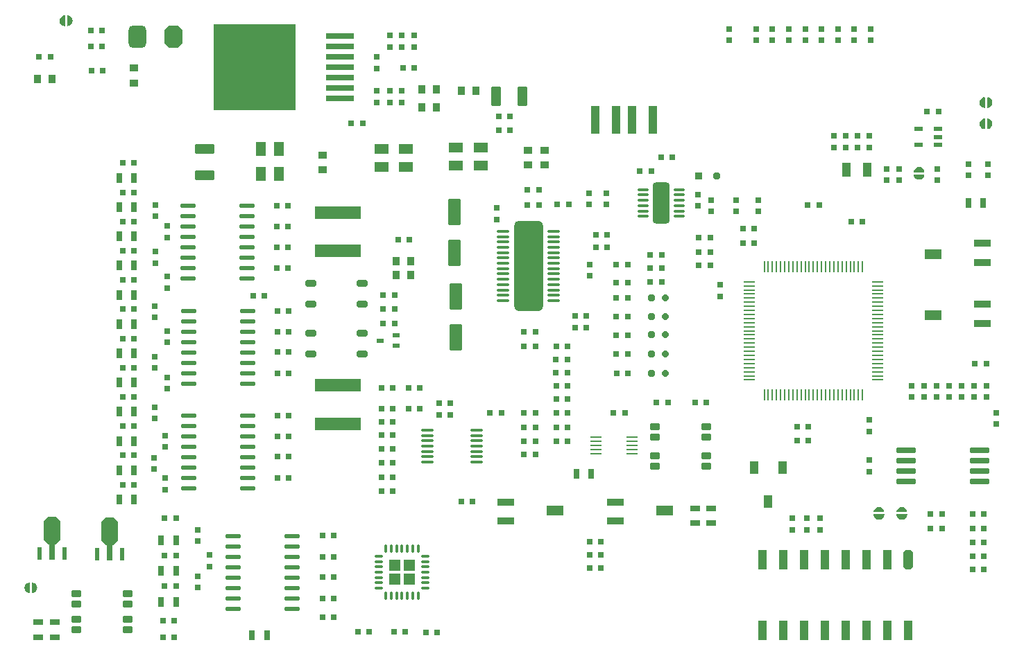
<source format=gtp>
G04*
G04 #@! TF.GenerationSoftware,Altium Limited,Altium Designer,19.0.14 (431)*
G04*
G04 Layer_Color=8421504*
%FSAX24Y24*%
%MOIN*%
G70*
G01*
G75*
%ADD19R,0.0551X0.0551*%
G04:AMPARAMS|DCode=20|XSize=126mil|YSize=63mil|CornerRadius=6.3mil|HoleSize=0mil|Usage=FLASHONLY|Rotation=90.000|XOffset=0mil|YOffset=0mil|HoleType=Round|Shape=RoundedRectangle|*
%AMROUNDEDRECTD20*
21,1,0.1260,0.0504,0,0,90.0*
21,1,0.1134,0.0630,0,0,90.0*
1,1,0.0126,0.0252,0.0567*
1,1,0.0126,0.0252,-0.0567*
1,1,0.0126,-0.0252,-0.0567*
1,1,0.0126,-0.0252,0.0567*
%
%ADD20ROUNDEDRECTD20*%
%ADD21R,0.0295X0.0315*%
%ADD22R,0.0315X0.0295*%
G04:AMPARAMS|DCode=23|XSize=29.5mil|YSize=29.5mil|CornerRadius=3mil|HoleSize=0mil|Usage=FLASHONLY|Rotation=270.000|XOffset=0mil|YOffset=0mil|HoleType=Round|Shape=RoundedRectangle|*
%AMROUNDEDRECTD23*
21,1,0.0295,0.0236,0,0,270.0*
21,1,0.0236,0.0295,0,0,270.0*
1,1,0.0059,-0.0118,-0.0118*
1,1,0.0059,-0.0118,0.0118*
1,1,0.0059,0.0118,0.0118*
1,1,0.0059,0.0118,-0.0118*
%
%ADD23ROUNDEDRECTD23*%
%ADD24R,0.2244X0.0630*%
%ADD25O,0.0394X0.0146*%
%ADD26O,0.0146X0.0394*%
G04:AMPARAMS|DCode=27|XSize=43.3mil|YSize=31.5mil|CornerRadius=3.2mil|HoleSize=0mil|Usage=FLASHONLY|Rotation=90.000|XOffset=0mil|YOffset=0mil|HoleType=Round|Shape=RoundedRectangle|*
%AMROUNDEDRECTD27*
21,1,0.0433,0.0252,0,0,90.0*
21,1,0.0370,0.0315,0,0,90.0*
1,1,0.0063,0.0126,0.0185*
1,1,0.0063,0.0126,-0.0185*
1,1,0.0063,-0.0126,-0.0185*
1,1,0.0063,-0.0126,0.0185*
%
%ADD27ROUNDEDRECTD27*%
%ADD28R,0.0394X0.1339*%
%ADD29P,0.0341X8X202.5*%
G04:AMPARAMS|DCode=30|XSize=31.5mil|YSize=31.5mil|CornerRadius=7.9mil|HoleSize=0mil|Usage=FLASHONLY|Rotation=180.000|XOffset=0mil|YOffset=0mil|HoleType=Round|Shape=RoundedRectangle|*
%AMROUNDEDRECTD30*
21,1,0.0315,0.0157,0,0,180.0*
21,1,0.0157,0.0315,0,0,180.0*
1,1,0.0157,-0.0079,0.0079*
1,1,0.0157,0.0079,0.0079*
1,1,0.0157,0.0079,-0.0079*
1,1,0.0157,-0.0079,-0.0079*
%
%ADD30ROUNDEDRECTD30*%
G04:AMPARAMS|DCode=31|XSize=19.7mil|YSize=70.9mil|CornerRadius=3mil|HoleSize=0mil|Usage=FLASHONLY|Rotation=90.000|XOffset=0mil|YOffset=0mil|HoleType=Round|Shape=RoundedRectangle|*
%AMROUNDEDRECTD31*
21,1,0.0197,0.0650,0,0,90.0*
21,1,0.0138,0.0709,0,0,90.0*
1,1,0.0059,0.0325,0.0069*
1,1,0.0059,0.0325,-0.0069*
1,1,0.0059,-0.0325,-0.0069*
1,1,0.0059,-0.0325,0.0069*
%
%ADD31ROUNDEDRECTD31*%
G04:AMPARAMS|DCode=32|XSize=96.1mil|YSize=44.5mil|CornerRadius=0mil|HoleSize=0mil|Usage=FLASHONLY|Rotation=270.000|XOffset=0mil|YOffset=0mil|HoleType=Round|Shape=Octagon|*
%AMOCTAGOND32*
4,1,8,-0.0111,-0.0480,0.0111,-0.0480,0.0222,-0.0369,0.0222,0.0369,0.0111,0.0480,-0.0111,0.0480,-0.0222,0.0369,-0.0222,-0.0369,-0.0111,-0.0480,0.0*
%
%ADD32OCTAGOND32*%

%ADD33R,0.0445X0.0961*%
G04:AMPARAMS|DCode=34|XSize=78.7mil|YSize=133.9mil|CornerRadius=0mil|HoleSize=0mil|Usage=FLASHONLY|Rotation=180.000|XOffset=0mil|YOffset=0mil|HoleType=Round|Shape=Octagon|*
%AMOCTAGOND34*
4,1,8,0.0197,-0.0669,-0.0197,-0.0669,-0.0394,-0.0472,-0.0394,0.0472,-0.0197,0.0669,0.0197,0.0669,0.0394,0.0472,0.0394,-0.0472,0.0197,-0.0669,0.0*
%
%ADD34OCTAGOND34*%

%ADD35R,0.0236X0.0591*%
%ADD36R,0.0276X0.0787*%
G04:AMPARAMS|DCode=37|XSize=27.6mil|YSize=90.6mil|CornerRadius=2.8mil|HoleSize=0mil|Usage=FLASHONLY|Rotation=270.000|XOffset=0mil|YOffset=0mil|HoleType=Round|Shape=RoundedRectangle|*
%AMROUNDEDRECTD37*
21,1,0.0276,0.0850,0,0,270.0*
21,1,0.0220,0.0906,0,0,270.0*
1,1,0.0055,-0.0425,-0.0110*
1,1,0.0055,-0.0425,0.0110*
1,1,0.0055,0.0425,0.0110*
1,1,0.0055,0.0425,-0.0110*
%
%ADD37ROUNDEDRECTD37*%
%ADD38R,0.3937X0.4154*%
%ADD39R,0.1378X0.0315*%
G04:AMPARAMS|DCode=40|XSize=11.8mil|YSize=59.1mil|CornerRadius=1.8mil|HoleSize=0mil|Usage=FLASHONLY|Rotation=270.000|XOffset=0mil|YOffset=0mil|HoleType=Round|Shape=RoundedRectangle|*
%AMROUNDEDRECTD40*
21,1,0.0118,0.0555,0,0,270.0*
21,1,0.0083,0.0591,0,0,270.0*
1,1,0.0035,-0.0278,-0.0041*
1,1,0.0035,-0.0278,0.0041*
1,1,0.0035,0.0278,0.0041*
1,1,0.0035,0.0278,-0.0041*
%
%ADD40ROUNDEDRECTD40*%
G04:AMPARAMS|DCode=41|XSize=433.1mil|YSize=137.8mil|CornerRadius=20.7mil|HoleSize=0mil|Usage=FLASHONLY|Rotation=270.000|XOffset=0mil|YOffset=0mil|HoleType=Round|Shape=RoundedRectangle|*
%AMROUNDEDRECTD41*
21,1,0.4331,0.0965,0,0,270.0*
21,1,0.3917,0.1378,0,0,270.0*
1,1,0.0413,-0.0482,-0.1959*
1,1,0.0413,-0.0482,0.1959*
1,1,0.0413,0.0482,0.1959*
1,1,0.0413,0.0482,-0.1959*
%
%ADD41ROUNDEDRECTD41*%
%ADD42R,0.0394X0.0709*%
G04:AMPARAMS|DCode=43|XSize=21.7mil|YSize=43.3mil|CornerRadius=2.2mil|HoleSize=0mil|Usage=FLASHONLY|Rotation=90.000|XOffset=0mil|YOffset=0mil|HoleType=Round|Shape=RoundedRectangle|*
%AMROUNDEDRECTD43*
21,1,0.0217,0.0390,0,0,90.0*
21,1,0.0173,0.0433,0,0,90.0*
1,1,0.0043,0.0195,0.0087*
1,1,0.0043,0.0195,-0.0087*
1,1,0.0043,-0.0195,-0.0087*
1,1,0.0043,-0.0195,0.0087*
%
%ADD43ROUNDEDRECTD43*%
G04:AMPARAMS|DCode=44|XSize=13.8mil|YSize=51.2mil|CornerRadius=2.1mil|HoleSize=0mil|Usage=FLASHONLY|Rotation=90.000|XOffset=0mil|YOffset=0mil|HoleType=Round|Shape=RoundedRectangle|*
%AMROUNDEDRECTD44*
21,1,0.0138,0.0470,0,0,90.0*
21,1,0.0096,0.0512,0,0,90.0*
1,1,0.0041,0.0235,0.0048*
1,1,0.0041,0.0235,-0.0048*
1,1,0.0041,-0.0235,-0.0048*
1,1,0.0041,-0.0235,0.0048*
%
%ADD44ROUNDEDRECTD44*%
G04:AMPARAMS|DCode=45|XSize=196.9mil|YSize=78.7mil|CornerRadius=11.8mil|HoleSize=0mil|Usage=FLASHONLY|Rotation=90.000|XOffset=0mil|YOffset=0mil|HoleType=Round|Shape=RoundedRectangle|*
%AMROUNDEDRECTD45*
21,1,0.1969,0.0551,0,0,90.0*
21,1,0.1732,0.0787,0,0,90.0*
1,1,0.0236,0.0276,0.0866*
1,1,0.0236,0.0276,-0.0866*
1,1,0.0236,-0.0276,-0.0866*
1,1,0.0236,-0.0276,0.0866*
%
%ADD45ROUNDEDRECTD45*%
%ADD46C,0.0079*%
G04:AMPARAMS|DCode=47|XSize=9.8mil|YSize=51.2mil|CornerRadius=1.5mil|HoleSize=0mil|Usage=FLASHONLY|Rotation=270.000|XOffset=0mil|YOffset=0mil|HoleType=Round|Shape=RoundedRectangle|*
%AMROUNDEDRECTD47*
21,1,0.0098,0.0482,0,0,270.0*
21,1,0.0069,0.0512,0,0,270.0*
1,1,0.0030,-0.0241,-0.0034*
1,1,0.0030,-0.0241,0.0034*
1,1,0.0030,0.0241,0.0034*
1,1,0.0030,0.0241,-0.0034*
%
%ADD47ROUNDEDRECTD47*%
G04:AMPARAMS|DCode=48|XSize=39.4mil|YSize=63mil|CornerRadius=3.9mil|HoleSize=0mil|Usage=FLASHONLY|Rotation=0.000|XOffset=0mil|YOffset=0mil|HoleType=Round|Shape=RoundedRectangle|*
%AMROUNDEDRECTD48*
21,1,0.0394,0.0551,0,0,0.0*
21,1,0.0315,0.0630,0,0,0.0*
1,1,0.0079,0.0157,-0.0276*
1,1,0.0079,-0.0157,-0.0276*
1,1,0.0079,-0.0157,0.0276*
1,1,0.0079,0.0157,0.0276*
%
%ADD48ROUNDEDRECTD48*%
%ADD49R,0.0787X0.0354*%
%ADD50R,0.0787X0.0512*%
G04:AMPARAMS|DCode=51|XSize=31.5mil|YSize=47.2mil|CornerRadius=4.7mil|HoleSize=0mil|Usage=FLASHONLY|Rotation=270.000|XOffset=0mil|YOffset=0mil|HoleType=Round|Shape=RoundedRectangle|*
%AMROUNDEDRECTD51*
21,1,0.0315,0.0378,0,0,270.0*
21,1,0.0220,0.0472,0,0,270.0*
1,1,0.0094,-0.0189,-0.0110*
1,1,0.0094,-0.0189,0.0110*
1,1,0.0094,0.0189,0.0110*
1,1,0.0094,0.0189,-0.0110*
%
%ADD51ROUNDEDRECTD51*%
%ADD52R,0.0472X0.0315*%
G04:AMPARAMS|DCode=53|XSize=85mil|YSize=108mil|CornerRadius=0mil|HoleSize=0mil|Usage=FLASHONLY|Rotation=180.000|XOffset=0mil|YOffset=0mil|HoleType=Round|Shape=Octagon|*
%AMOCTAGOND53*
4,1,8,0.0213,-0.0540,-0.0213,-0.0540,-0.0425,-0.0327,-0.0425,0.0327,-0.0213,0.0540,0.0213,0.0540,0.0425,0.0327,0.0425,-0.0327,0.0213,-0.0540,0.0*
%
%ADD53OCTAGOND53*%

G04:AMPARAMS|DCode=54|XSize=85mil|YSize=108mil|CornerRadius=21.3mil|HoleSize=0mil|Usage=FLASHONLY|Rotation=180.000|XOffset=0mil|YOffset=0mil|HoleType=Round|Shape=RoundedRectangle|*
%AMROUNDEDRECTD54*
21,1,0.0850,0.0655,0,0,180.0*
21,1,0.0425,0.1080,0,0,180.0*
1,1,0.0425,-0.0213,0.0327*
1,1,0.0425,0.0213,0.0327*
1,1,0.0425,0.0213,-0.0327*
1,1,0.0425,-0.0213,-0.0327*
%
%ADD54ROUNDEDRECTD54*%
G04:AMPARAMS|DCode=55|XSize=47.2mil|YSize=90.6mil|CornerRadius=4.7mil|HoleSize=0mil|Usage=FLASHONLY|Rotation=270.000|XOffset=0mil|YOffset=0mil|HoleType=Round|Shape=RoundedRectangle|*
%AMROUNDEDRECTD55*
21,1,0.0472,0.0811,0,0,270.0*
21,1,0.0378,0.0906,0,0,270.0*
1,1,0.0094,-0.0406,-0.0189*
1,1,0.0094,-0.0406,0.0189*
1,1,0.0094,0.0406,0.0189*
1,1,0.0094,0.0406,-0.0189*
%
%ADD55ROUNDEDRECTD55*%
G04:AMPARAMS|DCode=56|XSize=29.5mil|YSize=29.5mil|CornerRadius=3mil|HoleSize=0mil|Usage=FLASHONLY|Rotation=180.000|XOffset=0mil|YOffset=0mil|HoleType=Round|Shape=RoundedRectangle|*
%AMROUNDEDRECTD56*
21,1,0.0295,0.0236,0,0,180.0*
21,1,0.0236,0.0295,0,0,180.0*
1,1,0.0059,-0.0118,0.0118*
1,1,0.0059,0.0118,0.0118*
1,1,0.0059,0.0118,-0.0118*
1,1,0.0059,-0.0118,-0.0118*
%
%ADD56ROUNDEDRECTD56*%
%ADD57O,0.0571X0.0098*%
%ADD58O,0.0098X0.0571*%
%ADD59P,0.0384X8X202.5*%
G04:AMPARAMS|DCode=60|XSize=35.4mil|YSize=35.4mil|CornerRadius=5.3mil|HoleSize=0mil|Usage=FLASHONLY|Rotation=180.000|XOffset=0mil|YOffset=0mil|HoleType=Round|Shape=RoundedRectangle|*
%AMROUNDEDRECTD60*
21,1,0.0354,0.0248,0,0,180.0*
21,1,0.0248,0.0354,0,0,180.0*
1,1,0.0106,-0.0124,0.0124*
1,1,0.0106,0.0124,0.0124*
1,1,0.0106,0.0124,-0.0124*
1,1,0.0106,-0.0124,-0.0124*
%
%ADD60ROUNDEDRECTD60*%
%ADD61R,0.0669X0.0512*%
G04:AMPARAMS|DCode=62|XSize=21.7mil|YSize=35.4mil|CornerRadius=2.2mil|HoleSize=0mil|Usage=FLASHONLY|Rotation=90.000|XOffset=0mil|YOffset=0mil|HoleType=Round|Shape=RoundedRectangle|*
%AMROUNDEDRECTD62*
21,1,0.0217,0.0311,0,0,90.0*
21,1,0.0173,0.0354,0,0,90.0*
1,1,0.0043,0.0156,0.0087*
1,1,0.0043,0.0156,-0.0087*
1,1,0.0043,-0.0156,-0.0087*
1,1,0.0043,-0.0156,0.0087*
%
%ADD62ROUNDEDRECTD62*%
G04:AMPARAMS|DCode=63|XSize=31.5mil|YSize=51.2mil|CornerRadius=4.7mil|HoleSize=0mil|Usage=FLASHONLY|Rotation=90.000|XOffset=0mil|YOffset=0mil|HoleType=Round|Shape=RoundedRectangle|*
%AMROUNDEDRECTD63*
21,1,0.0315,0.0417,0,0,90.0*
21,1,0.0220,0.0512,0,0,90.0*
1,1,0.0094,0.0209,0.0110*
1,1,0.0094,0.0209,-0.0110*
1,1,0.0094,-0.0209,-0.0110*
1,1,0.0094,-0.0209,0.0110*
%
%ADD63ROUNDEDRECTD63*%
%ADD64R,0.0315X0.0472*%
G04:AMPARAMS|DCode=65|XSize=43.3mil|YSize=31.5mil|CornerRadius=3.2mil|HoleSize=0mil|Usage=FLASHONLY|Rotation=0.000|XOffset=0mil|YOffset=0mil|HoleType=Round|Shape=RoundedRectangle|*
%AMROUNDEDRECTD65*
21,1,0.0433,0.0252,0,0,0.0*
21,1,0.0370,0.0315,0,0,0.0*
1,1,0.0063,0.0185,-0.0126*
1,1,0.0063,-0.0185,-0.0126*
1,1,0.0063,-0.0185,0.0126*
1,1,0.0063,0.0185,0.0126*
%
%ADD65ROUNDEDRECTD65*%
%ADD66R,0.0512X0.0669*%
G04:AMPARAMS|DCode=67|XSize=47.2mil|YSize=90.6mil|CornerRadius=4.7mil|HoleSize=0mil|Usage=FLASHONLY|Rotation=180.000|XOffset=0mil|YOffset=0mil|HoleType=Round|Shape=RoundedRectangle|*
%AMROUNDEDRECTD67*
21,1,0.0472,0.0811,0,0,180.0*
21,1,0.0378,0.0906,0,0,180.0*
1,1,0.0094,-0.0189,0.0406*
1,1,0.0094,0.0189,0.0406*
1,1,0.0094,0.0189,-0.0406*
1,1,0.0094,-0.0189,-0.0406*
%
%ADD67ROUNDEDRECTD67*%
G36*
X005619Y031037D02*
X005619Y030531D01*
X005610Y030531D01*
X005591Y030533D01*
X005572Y030536D01*
X005554Y030540D01*
X005545Y030543D01*
X005545Y030543D01*
X005499Y030557D01*
X005424Y030615D01*
X005375Y030697D01*
X005360Y030791D01*
X005369Y030837D01*
Y030837D01*
X005376Y030881D01*
X005421Y030958D01*
X005491Y031013D01*
X005575Y031040D01*
X005619Y031037D01*
D02*
G37*
G36*
X005848Y031013D02*
X005917Y030958D01*
X005962Y030881D01*
X005969Y030837D01*
X005969Y030837D01*
X005979Y030791D01*
X005963Y030697D01*
X005914Y030615D01*
X005840Y030557D01*
X005794Y030543D01*
X005794Y030543D01*
X005785Y030540D01*
X005766Y030536D01*
X005748Y030533D01*
X005729Y030531D01*
X005719Y030531D01*
X005719Y031037D01*
X005764Y031040D01*
X005848Y031013D01*
D02*
G37*
G36*
X049814Y027100D02*
X049814Y026594D01*
X049804Y026594D01*
X049785Y026596D01*
X049767Y026599D01*
X049748Y026603D01*
X049739Y026606D01*
X049739Y026606D01*
X049694Y026620D01*
X049619Y026678D01*
X049570Y026760D01*
X049554Y026854D01*
X049564Y026900D01*
Y026900D01*
X049571Y026944D01*
X049616Y027021D01*
X049685Y027076D01*
X049770Y027103D01*
X049814Y027100D01*
D02*
G37*
G36*
X050043Y027076D02*
X050112Y027021D01*
X050157Y026944D01*
X050164Y026900D01*
X050164Y026900D01*
X050173Y026854D01*
X050158Y026760D01*
X050109Y026678D01*
X050034Y026620D01*
X049989Y026606D01*
X049989Y026606D01*
X049979Y026603D01*
X049961Y026599D01*
X049942Y026596D01*
X049923Y026594D01*
X049914Y026594D01*
X049914Y027100D01*
X049958Y027103D01*
X050043Y027076D01*
D02*
G37*
G36*
X049814Y026076D02*
X049814Y025571D01*
X049804Y025571D01*
X049785Y025572D01*
X049767Y025575D01*
X049748Y025579D01*
X049739Y025582D01*
X049739Y025582D01*
X049694Y025596D01*
X049619Y025655D01*
X049570Y025736D01*
X049554Y025830D01*
X049564Y025877D01*
Y025877D01*
X049571Y025921D01*
X049616Y025997D01*
X049685Y026052D01*
X049770Y026079D01*
X049814Y026076D01*
D02*
G37*
G36*
X050043Y026052D02*
X050112Y025997D01*
X050157Y025921D01*
X050164Y025877D01*
X050164Y025877D01*
X050173Y025830D01*
X050158Y025736D01*
X050109Y025655D01*
X050034Y025596D01*
X049989Y025582D01*
X049989Y025582D01*
X049979Y025579D01*
X049961Y025575D01*
X049942Y025572D01*
X049923Y025571D01*
X049914Y025571D01*
X049914Y026076D01*
X049958Y026079D01*
X050043Y026052D01*
D02*
G37*
G36*
X046744Y023740D02*
X046826Y023692D01*
X046884Y023617D01*
X046898Y023571D01*
X046898Y023571D01*
X046901Y023562D01*
X046905Y023544D01*
X046908Y023525D01*
X046909Y023506D01*
X046909Y023496D01*
X046404Y023496D01*
X046401Y023541D01*
X046428Y023625D01*
X046483Y023695D01*
X046560Y023739D01*
X046604Y023746D01*
X046604Y023746D01*
X046650Y023756D01*
X046744Y023740D01*
D02*
G37*
G36*
X046909Y023387D02*
X046908Y023368D01*
X046905Y023349D01*
X046901Y023331D01*
X046898Y023322D01*
X046898Y023322D01*
X046884Y023276D01*
X046826Y023201D01*
X046744Y023153D01*
X046650Y023137D01*
X046604Y023146D01*
X046604D01*
X046560Y023154D01*
X046483Y023198D01*
X046428Y023268D01*
X046401Y023352D01*
X046404Y023396D01*
X046909Y023396D01*
X046909Y023387D01*
D02*
G37*
G36*
X045917Y007380D02*
X045999Y007332D01*
X046057Y007257D01*
X046071Y007211D01*
X046071Y007211D01*
X046074Y007202D01*
X046078Y007184D01*
X046081Y007165D01*
X046083Y007146D01*
X046083Y007137D01*
X045577Y007137D01*
X045575Y007181D01*
X045601Y007265D01*
X045657Y007335D01*
X045733Y007379D01*
X045777Y007387D01*
X045777Y007387D01*
X045823Y007396D01*
X045917Y007380D01*
D02*
G37*
G36*
X044815D02*
X044896Y007332D01*
X044955Y007257D01*
X044969Y007211D01*
X044969Y007211D01*
X044972Y007202D01*
X044976Y007184D01*
X044979Y007165D01*
X044980Y007146D01*
X044980Y007137D01*
X044475Y007137D01*
X044472Y007181D01*
X044499Y007265D01*
X044554Y007335D01*
X044631Y007379D01*
X044674Y007387D01*
X044674Y007387D01*
X044721Y007396D01*
X044815Y007380D01*
D02*
G37*
G36*
X046083Y007027D02*
X046081Y007008D01*
X046078Y006989D01*
X046074Y006971D01*
X046071Y006962D01*
X046071Y006962D01*
X046057Y006916D01*
X045999Y006841D01*
X045917Y006793D01*
X045823Y006777D01*
X045777Y006787D01*
X045777D01*
X045733Y006794D01*
X045657Y006839D01*
X045601Y006908D01*
X045575Y006992D01*
X045577Y007037D01*
X046083Y007037D01*
X046083Y007027D01*
D02*
G37*
G36*
X044980D02*
X044979Y007008D01*
X044976Y006989D01*
X044972Y006971D01*
X044969Y006962D01*
X044969Y006962D01*
X044955Y006916D01*
X044896Y006841D01*
X044815Y006793D01*
X044721Y006777D01*
X044674Y006787D01*
X044674D01*
X044631Y006794D01*
X044554Y006839D01*
X044499Y006908D01*
X044472Y006992D01*
X044475Y007037D01*
X044980Y007037D01*
X044980Y007027D01*
D02*
G37*
G36*
X003926Y003753D02*
X003926Y003248D01*
X003917Y003248D01*
X003898Y003249D01*
X003879Y003252D01*
X003861Y003257D01*
X003852Y003259D01*
X003852Y003259D01*
X003806Y003273D01*
X003731Y003332D01*
X003683Y003414D01*
X003667Y003507D01*
X003676Y003554D01*
Y003554D01*
X003684Y003598D01*
X003728Y003674D01*
X003798Y003729D01*
X003882Y003756D01*
X003926Y003753D01*
D02*
G37*
G36*
X004155Y003729D02*
X004224Y003674D01*
X004269Y003598D01*
X004276Y003554D01*
X004276Y003554D01*
X004286Y003507D01*
X004270Y003414D01*
X004222Y003332D01*
X004147Y003273D01*
X004101Y003259D01*
X004101Y003259D01*
X004092Y003257D01*
X004074Y003252D01*
X004055Y003249D01*
X004036Y003248D01*
X004026Y003248D01*
X004026Y003753D01*
X004071Y003756D01*
X004155Y003729D01*
D02*
G37*
D19*
X021476Y003917D02*
D03*
X022146D02*
D03*
Y004587D02*
D03*
X021476D02*
D03*
D20*
X024390Y017520D02*
D03*
Y015551D02*
D03*
X024331Y021575D02*
D03*
Y019606D02*
D03*
D21*
X029764Y010551D02*
D03*
X029213D02*
D03*
X020906Y016220D02*
D03*
X021457D02*
D03*
X028228Y010551D02*
D03*
X027677D02*
D03*
X020906Y016914D02*
D03*
X021457D02*
D03*
X030669Y016024D02*
D03*
X030118D02*
D03*
X007402Y030315D02*
D03*
X006850D02*
D03*
X049764Y007047D02*
D03*
X049213D02*
D03*
Y006352D02*
D03*
X049764D02*
D03*
X049331Y014291D02*
D03*
X049882D02*
D03*
X033740Y019528D02*
D03*
X034291D02*
D03*
Y018883D02*
D03*
X033740D02*
D03*
X049213Y004370D02*
D03*
X049764D02*
D03*
Y005031D02*
D03*
X049213D02*
D03*
Y005691D02*
D03*
X049764D02*
D03*
X047756Y006352D02*
D03*
X047205D02*
D03*
Y007047D02*
D03*
X047756D02*
D03*
X032657Y016549D02*
D03*
X032106D02*
D03*
Y015656D02*
D03*
X032657D02*
D03*
Y014764D02*
D03*
X032106D02*
D03*
Y017441D02*
D03*
X032657D02*
D03*
X019921Y025866D02*
D03*
X019370D02*
D03*
X021852Y028504D02*
D03*
X022404D02*
D03*
X016378Y008780D02*
D03*
X015827D02*
D03*
Y009803D02*
D03*
X016378D02*
D03*
Y010787D02*
D03*
X015827D02*
D03*
Y011787D02*
D03*
X016378D02*
D03*
X018543Y002992D02*
D03*
X017992D02*
D03*
Y004002D02*
D03*
X018543D02*
D03*
Y005000D02*
D03*
X017992D02*
D03*
Y006002D02*
D03*
X018543D02*
D03*
X016378Y016829D02*
D03*
X015827D02*
D03*
Y015827D02*
D03*
X016378D02*
D03*
Y014843D02*
D03*
X015827D02*
D03*
Y013819D02*
D03*
X016378D02*
D03*
X016339Y021896D02*
D03*
X015787D02*
D03*
Y020896D02*
D03*
X016339D02*
D03*
Y019896D02*
D03*
X015787D02*
D03*
X015785Y018884D02*
D03*
X016337D02*
D03*
X007441Y028386D02*
D03*
X006890D02*
D03*
X020825Y009528D02*
D03*
X021376D02*
D03*
X020825Y008150D02*
D03*
X021376D02*
D03*
X028228Y011220D02*
D03*
X027677D02*
D03*
X029213D02*
D03*
X029764D02*
D03*
X020825Y010844D02*
D03*
X021376D02*
D03*
X031378Y004449D02*
D03*
X030827D02*
D03*
X021378Y013110D02*
D03*
X020827D02*
D03*
X030827Y005709D02*
D03*
X031378D02*
D03*
X022677Y013110D02*
D03*
X022126D02*
D03*
X025197Y007638D02*
D03*
X024646D02*
D03*
X029213Y015118D02*
D03*
X029764D02*
D03*
X030118Y016575D02*
D03*
X030669D02*
D03*
X032657Y018189D02*
D03*
X032106D02*
D03*
X027835Y022638D02*
D03*
X028386D02*
D03*
X029760Y014488D02*
D03*
X029209D02*
D03*
X027835Y021929D02*
D03*
X028386D02*
D03*
X029213Y013228D02*
D03*
X029764D02*
D03*
X029213Y012598D02*
D03*
X029764D02*
D03*
X043937Y021102D02*
D03*
X043386D02*
D03*
X041299Y021929D02*
D03*
X041850D02*
D03*
X036616Y020354D02*
D03*
X036065D02*
D03*
X010315Y001929D02*
D03*
X010866D02*
D03*
X029760Y013858D02*
D03*
X029209D02*
D03*
X010866Y001128D02*
D03*
X010315D02*
D03*
X034579Y012402D02*
D03*
X034028D02*
D03*
X036437D02*
D03*
X035886D02*
D03*
X023583Y011811D02*
D03*
X024134D02*
D03*
X019685Y001378D02*
D03*
X020236D02*
D03*
X021417D02*
D03*
X021969D02*
D03*
X026457Y025512D02*
D03*
X027008D02*
D03*
X006850Y029567D02*
D03*
X007402D02*
D03*
X036063Y019016D02*
D03*
X036614D02*
D03*
X032677Y013819D02*
D03*
X032126D02*
D03*
D22*
X043698Y025236D02*
D03*
Y024685D02*
D03*
X049285Y013228D02*
D03*
Y012677D02*
D03*
X043543Y029842D02*
D03*
Y030394D02*
D03*
X041968Y030394D02*
D03*
Y029843D02*
D03*
X039606D02*
D03*
Y030394D02*
D03*
X038819D02*
D03*
Y029843D02*
D03*
X037520Y029842D02*
D03*
Y030394D02*
D03*
X041181D02*
D03*
Y029842D02*
D03*
X049882Y012677D02*
D03*
Y013228D02*
D03*
X044252Y011024D02*
D03*
Y011575D02*
D03*
Y009646D02*
D03*
Y009094D02*
D03*
X046299Y012677D02*
D03*
Y013228D02*
D03*
X037874Y021614D02*
D03*
Y022165D02*
D03*
X040551Y006850D02*
D03*
Y006299D02*
D03*
X041260D02*
D03*
Y006850D02*
D03*
X021220Y030079D02*
D03*
Y029528D02*
D03*
Y026850D02*
D03*
Y027402D02*
D03*
X021811D02*
D03*
Y026850D02*
D03*
X020591Y027402D02*
D03*
Y026850D02*
D03*
X009921Y012197D02*
D03*
Y011646D02*
D03*
Y016512D02*
D03*
Y017063D02*
D03*
X010433Y010827D02*
D03*
Y010276D02*
D03*
X010512Y015315D02*
D03*
Y015866D02*
D03*
X009882Y009764D02*
D03*
Y009213D02*
D03*
X009921Y014079D02*
D03*
Y014630D02*
D03*
X010433Y008780D02*
D03*
Y008228D02*
D03*
X010512Y013079D02*
D03*
Y013630D02*
D03*
X012008Y006299D02*
D03*
Y005748D02*
D03*
X009961Y021378D02*
D03*
Y021929D02*
D03*
X012559Y005079D02*
D03*
Y004528D02*
D03*
X010512Y020354D02*
D03*
Y020906D02*
D03*
X012008Y004055D02*
D03*
Y003504D02*
D03*
X009961Y019134D02*
D03*
Y019685D02*
D03*
X010512Y018480D02*
D03*
Y017929D02*
D03*
X030827Y019055D02*
D03*
Y018504D02*
D03*
X036654Y021614D02*
D03*
Y022165D02*
D03*
X044331Y030394D02*
D03*
Y029842D02*
D03*
X038913Y022165D02*
D03*
Y021614D02*
D03*
X047520Y023663D02*
D03*
Y023112D02*
D03*
X041890Y006850D02*
D03*
Y006299D02*
D03*
X031620Y021937D02*
D03*
Y022488D02*
D03*
X030787Y021937D02*
D03*
Y022488D02*
D03*
X047493Y012677D02*
D03*
Y013228D02*
D03*
X046896D02*
D03*
Y012677D02*
D03*
X048091Y013228D02*
D03*
Y012677D02*
D03*
X048688D02*
D03*
Y013228D02*
D03*
X040394Y030394D02*
D03*
Y029843D02*
D03*
X042756D02*
D03*
Y030394D02*
D03*
D23*
X044252Y024685D02*
D03*
Y025236D02*
D03*
X021801Y029528D02*
D03*
Y030079D02*
D03*
X036024Y021870D02*
D03*
Y022421D02*
D03*
X045709Y023661D02*
D03*
Y023110D02*
D03*
X042559Y025236D02*
D03*
Y024685D02*
D03*
X026378Y021220D02*
D03*
Y021772D02*
D03*
X022402Y029528D02*
D03*
Y030079D02*
D03*
X020581Y028488D02*
D03*
Y029039D02*
D03*
X049961Y023898D02*
D03*
Y023346D02*
D03*
X049016Y023898D02*
D03*
Y023346D02*
D03*
X045079Y023661D02*
D03*
Y023110D02*
D03*
X043123Y025236D02*
D03*
Y024685D02*
D03*
X037087Y018071D02*
D03*
Y017520D02*
D03*
X050354Y011929D02*
D03*
Y011378D02*
D03*
D24*
X018740Y021555D02*
D03*
Y019705D02*
D03*
Y013248D02*
D03*
Y011398D02*
D03*
D25*
X022933Y003996D02*
D03*
Y005020D02*
D03*
X020689D02*
D03*
Y004764D02*
D03*
Y004508D02*
D03*
Y004252D02*
D03*
Y003996D02*
D03*
Y003740D02*
D03*
Y003484D02*
D03*
X022933D02*
D03*
Y003740D02*
D03*
Y004252D02*
D03*
Y004508D02*
D03*
Y004764D02*
D03*
D26*
X021043Y003130D02*
D03*
X021299D02*
D03*
X021555D02*
D03*
X021811D02*
D03*
X022067D02*
D03*
X022323D02*
D03*
X022579D02*
D03*
Y005374D02*
D03*
X022323D02*
D03*
X022067D02*
D03*
X021811D02*
D03*
X021555D02*
D03*
X021299D02*
D03*
X021043D02*
D03*
D27*
X005000Y027992D02*
D03*
X004291D02*
D03*
X021535Y018543D02*
D03*
X022244D02*
D03*
X022756Y026604D02*
D03*
X023465D02*
D03*
X021535Y019213D02*
D03*
X022244D02*
D03*
X022756Y027476D02*
D03*
X023465D02*
D03*
X025354Y027402D02*
D03*
X024646D02*
D03*
D28*
X033858Y026024D02*
D03*
X031102D02*
D03*
X032087D02*
D03*
X032874D02*
D03*
D29*
X034449Y017441D02*
D03*
Y013819D02*
D03*
Y016549D02*
D03*
Y015669D02*
D03*
Y014764D02*
D03*
D30*
X033780Y017441D02*
D03*
Y013819D02*
D03*
Y016549D02*
D03*
Y015669D02*
D03*
Y014764D02*
D03*
D31*
X014370Y021896D02*
D03*
X011535D02*
D03*
X014370Y021396D02*
D03*
X011535D02*
D03*
Y020896D02*
D03*
X014370D02*
D03*
X011535Y020396D02*
D03*
X014370D02*
D03*
X011535Y019896D02*
D03*
X014370D02*
D03*
X011535Y019396D02*
D03*
X014370D02*
D03*
X011535Y018896D02*
D03*
X014370D02*
D03*
X011535Y018396D02*
D03*
X014370D02*
D03*
X014409Y008287D02*
D03*
X011575D02*
D03*
X014409Y008787D02*
D03*
X011575D02*
D03*
X014409Y009287D02*
D03*
X011575D02*
D03*
X014409Y009787D02*
D03*
X011575D02*
D03*
X014409Y010287D02*
D03*
X011575D02*
D03*
X014409Y010787D02*
D03*
X011575D02*
D03*
Y011287D02*
D03*
X014409D02*
D03*
X011575Y011787D02*
D03*
X014409D02*
D03*
Y016829D02*
D03*
X011575D02*
D03*
X014409Y016329D02*
D03*
X011575D02*
D03*
Y015829D02*
D03*
X014409D02*
D03*
X011575Y015329D02*
D03*
X014409D02*
D03*
X011575Y014829D02*
D03*
X014409D02*
D03*
X011575Y014329D02*
D03*
X014409D02*
D03*
X011575Y013829D02*
D03*
X014409D02*
D03*
X011575Y013329D02*
D03*
X014409D02*
D03*
X016535Y002494D02*
D03*
X013701D02*
D03*
X016535Y002994D02*
D03*
X013701D02*
D03*
X016535Y003494D02*
D03*
X013701D02*
D03*
X016535Y003994D02*
D03*
X013701D02*
D03*
X016535Y004494D02*
D03*
X013701D02*
D03*
X016535Y004994D02*
D03*
X013701D02*
D03*
Y005494D02*
D03*
X016535D02*
D03*
X013701Y005994D02*
D03*
X016535D02*
D03*
D32*
X046134Y004843D02*
D03*
D33*
X045134D02*
D03*
X044134D02*
D03*
X043134D02*
D03*
X042134D02*
D03*
X041134D02*
D03*
X040134D02*
D03*
X039134D02*
D03*
X046134Y001457D02*
D03*
X045134D02*
D03*
X044134D02*
D03*
X043134D02*
D03*
X042134D02*
D03*
X041134D02*
D03*
X040134D02*
D03*
X039134D02*
D03*
D34*
X007756Y006220D02*
D03*
X005000Y006260D02*
D03*
D35*
X008346Y005118D02*
D03*
X007165D02*
D03*
X004409Y005157D02*
D03*
X005591D02*
D03*
D36*
X007756Y005217D02*
D03*
X005000Y005256D02*
D03*
D37*
X046024Y010126D02*
D03*
Y009126D02*
D03*
Y009626D02*
D03*
Y008626D02*
D03*
X049567D02*
D03*
Y009626D02*
D03*
Y009126D02*
D03*
Y010126D02*
D03*
D38*
X014724Y028539D02*
D03*
D39*
X018819Y030039D02*
D03*
Y029539D02*
D03*
Y029039D02*
D03*
Y028539D02*
D03*
Y028039D02*
D03*
Y027539D02*
D03*
Y027039D02*
D03*
D40*
X029110Y017323D02*
D03*
Y017579D02*
D03*
Y017835D02*
D03*
Y018091D02*
D03*
Y018346D02*
D03*
Y018602D02*
D03*
Y018858D02*
D03*
Y019114D02*
D03*
Y019370D02*
D03*
Y019626D02*
D03*
Y019882D02*
D03*
Y020138D02*
D03*
Y020394D02*
D03*
Y020650D02*
D03*
X026669Y017323D02*
D03*
Y017579D02*
D03*
Y017835D02*
D03*
Y018091D02*
D03*
Y018346D02*
D03*
Y018602D02*
D03*
Y018858D02*
D03*
Y019114D02*
D03*
Y019370D02*
D03*
Y019626D02*
D03*
Y019882D02*
D03*
Y020138D02*
D03*
Y020394D02*
D03*
Y020650D02*
D03*
X025394Y009547D02*
D03*
Y009803D02*
D03*
Y010059D02*
D03*
Y010315D02*
D03*
Y010571D02*
D03*
Y010827D02*
D03*
Y011083D02*
D03*
X023031Y009547D02*
D03*
Y009803D02*
D03*
Y010059D02*
D03*
Y010315D02*
D03*
Y010571D02*
D03*
Y010827D02*
D03*
Y011083D02*
D03*
D41*
X027890Y018986D02*
D03*
D42*
X043169Y023622D02*
D03*
X044154D02*
D03*
D43*
X046614Y024823D02*
D03*
Y025571D02*
D03*
X047559D02*
D03*
Y025197D02*
D03*
Y024823D02*
D03*
D44*
X035118Y022146D02*
D03*
Y022402D02*
D03*
Y022657D02*
D03*
Y021890D02*
D03*
X033386D02*
D03*
Y022146D02*
D03*
Y022402D02*
D03*
Y022657D02*
D03*
Y021634D02*
D03*
Y021378D02*
D03*
X035118D02*
D03*
Y021634D02*
D03*
D45*
X034252Y022018D02*
D03*
D46*
X044724Y007262D02*
D03*
Y006911D02*
D03*
X005845Y030787D02*
D03*
X005494D02*
D03*
X050039Y025827D02*
D03*
X049688D02*
D03*
X046654Y023271D02*
D03*
Y023622D02*
D03*
X050039Y026850D02*
D03*
X049688D02*
D03*
X045827Y006911D02*
D03*
Y007262D02*
D03*
X003801Y003504D02*
D03*
X004152D02*
D03*
D47*
X031142Y010748D02*
D03*
Y010551D02*
D03*
Y010354D02*
D03*
Y010157D02*
D03*
Y009961D02*
D03*
X032874Y010748D02*
D03*
Y010551D02*
D03*
Y010354D02*
D03*
Y010157D02*
D03*
Y009961D02*
D03*
D48*
X039409Y007638D02*
D03*
X040098Y009291D02*
D03*
X038720D02*
D03*
D49*
X049685Y017156D02*
D03*
Y016230D02*
D03*
X032070Y007628D02*
D03*
Y006703D02*
D03*
X026811D02*
D03*
Y007628D02*
D03*
X049685Y019144D02*
D03*
Y020069D02*
D03*
D50*
X047323Y016624D02*
D03*
X034433Y007234D02*
D03*
X029173D02*
D03*
X047323Y019537D02*
D03*
D51*
X036437Y011260D02*
D03*
Y010760D02*
D03*
X033957D02*
D03*
Y011260D02*
D03*
X008642Y002703D02*
D03*
Y003203D02*
D03*
X006161D02*
D03*
Y002703D02*
D03*
Y001482D02*
D03*
Y001982D02*
D03*
X008642D02*
D03*
Y001482D02*
D03*
X033957Y009856D02*
D03*
Y009356D02*
D03*
X036437D02*
D03*
Y009856D02*
D03*
D52*
X036654Y006614D02*
D03*
Y007323D02*
D03*
X005118Y001837D02*
D03*
Y001128D02*
D03*
X004331D02*
D03*
Y001837D02*
D03*
X035906Y007323D02*
D03*
Y006614D02*
D03*
D53*
X010831Y030020D02*
D03*
D54*
X009091D02*
D03*
D55*
X012323Y023346D02*
D03*
Y024606D02*
D03*
D56*
X033228Y023543D02*
D03*
X033780D02*
D03*
X008386Y015497D02*
D03*
X008937D02*
D03*
X008386Y019717D02*
D03*
X008937D02*
D03*
X008386Y023937D02*
D03*
X008937D02*
D03*
X014646Y017559D02*
D03*
X015197D02*
D03*
X028228Y015827D02*
D03*
X027677D02*
D03*
X031669Y019882D02*
D03*
X031118D02*
D03*
X038189Y020787D02*
D03*
X038740D02*
D03*
X047028Y026417D02*
D03*
X047579D02*
D03*
X029213Y011929D02*
D03*
X029764D02*
D03*
X008386Y008465D02*
D03*
X008937D02*
D03*
X010394Y003583D02*
D03*
X010945D02*
D03*
X022677Y012126D02*
D03*
X022126D02*
D03*
X008386Y021124D02*
D03*
X008937D02*
D03*
X031378Y005079D02*
D03*
X030827D02*
D03*
X026457Y026181D02*
D03*
X027008D02*
D03*
X020827Y012126D02*
D03*
X021378D02*
D03*
X020906Y017598D02*
D03*
X021457D02*
D03*
X004370Y029055D02*
D03*
X004921D02*
D03*
X008386Y009871D02*
D03*
X008937D02*
D03*
X032520Y011929D02*
D03*
X031969D02*
D03*
X031118Y020472D02*
D03*
X031669D02*
D03*
X008386Y016904D02*
D03*
X008937D02*
D03*
X008386Y012684D02*
D03*
X008937D02*
D03*
X008386Y014091D02*
D03*
X008937D02*
D03*
X034289Y018228D02*
D03*
X033738D02*
D03*
X008386Y018311D02*
D03*
X008937D02*
D03*
X021378Y008819D02*
D03*
X020827D02*
D03*
X027677Y009921D02*
D03*
X028228D02*
D03*
X008386Y022530D02*
D03*
X008937D02*
D03*
X023504Y001368D02*
D03*
X022953D02*
D03*
X028228Y015108D02*
D03*
X027677D02*
D03*
X026044Y011929D02*
D03*
X026595D02*
D03*
X010394Y006850D02*
D03*
X010945D02*
D03*
X034803Y024213D02*
D03*
X034252D02*
D03*
X021378Y010197D02*
D03*
X020827D02*
D03*
X032656Y019055D02*
D03*
X032104D02*
D03*
X017992Y002087D02*
D03*
X018543D02*
D03*
X027677Y011929D02*
D03*
X028228D02*
D03*
X020827Y011496D02*
D03*
X021378D02*
D03*
X029819Y021939D02*
D03*
X029268D02*
D03*
X024134Y012392D02*
D03*
X023583D02*
D03*
X021614Y020236D02*
D03*
X022165D02*
D03*
X008386Y011278D02*
D03*
X008937D02*
D03*
X038189Y020079D02*
D03*
X038740D02*
D03*
X010394Y005059D02*
D03*
X010945D02*
D03*
X040787Y010591D02*
D03*
X041339D02*
D03*
X040787Y011260D02*
D03*
X041339D02*
D03*
X036614Y019646D02*
D03*
X036063D02*
D03*
D57*
X044646Y018228D02*
D03*
Y018032D02*
D03*
Y017835D02*
D03*
Y017638D02*
D03*
Y017441D02*
D03*
Y017244D02*
D03*
Y017047D02*
D03*
Y016850D02*
D03*
Y016654D02*
D03*
Y016457D02*
D03*
Y016260D02*
D03*
Y016063D02*
D03*
Y015866D02*
D03*
Y015669D02*
D03*
Y015472D02*
D03*
Y015276D02*
D03*
Y015079D02*
D03*
Y014882D02*
D03*
Y014685D02*
D03*
Y014488D02*
D03*
Y014291D02*
D03*
Y014094D02*
D03*
Y013898D02*
D03*
Y013701D02*
D03*
Y013504D02*
D03*
X038504D02*
D03*
Y013701D02*
D03*
Y013898D02*
D03*
Y014094D02*
D03*
Y014291D02*
D03*
Y014488D02*
D03*
Y014685D02*
D03*
Y014882D02*
D03*
Y015079D02*
D03*
Y015276D02*
D03*
Y015472D02*
D03*
Y015669D02*
D03*
Y015866D02*
D03*
Y016063D02*
D03*
Y016260D02*
D03*
Y016457D02*
D03*
Y016654D02*
D03*
Y016850D02*
D03*
Y017047D02*
D03*
Y017244D02*
D03*
Y017441D02*
D03*
Y017638D02*
D03*
Y017835D02*
D03*
Y018032D02*
D03*
Y018228D02*
D03*
D58*
X043937Y012795D02*
D03*
X043740D02*
D03*
X043543D02*
D03*
X043346D02*
D03*
X043150D02*
D03*
X042953D02*
D03*
X042756D02*
D03*
X042559D02*
D03*
X042362D02*
D03*
X042165D02*
D03*
X041968D02*
D03*
X041772D02*
D03*
X041575D02*
D03*
X041378D02*
D03*
X041181D02*
D03*
X040984D02*
D03*
X040787D02*
D03*
X040591D02*
D03*
X040394D02*
D03*
X040197D02*
D03*
X040000D02*
D03*
X039803D02*
D03*
X039606D02*
D03*
X039409D02*
D03*
X039213D02*
D03*
Y018937D02*
D03*
X039409D02*
D03*
X039606D02*
D03*
X039803D02*
D03*
X040000D02*
D03*
X040197D02*
D03*
X040394D02*
D03*
X040591D02*
D03*
X040787D02*
D03*
X040984D02*
D03*
X041181D02*
D03*
X041378D02*
D03*
X041575D02*
D03*
X041772D02*
D03*
X041968D02*
D03*
X042165D02*
D03*
X042362D02*
D03*
X042559D02*
D03*
X042756D02*
D03*
X042953D02*
D03*
X043150D02*
D03*
X043346D02*
D03*
X043543D02*
D03*
X043740D02*
D03*
X043937D02*
D03*
D59*
X036929Y023307D02*
D03*
D60*
X036063D02*
D03*
D61*
X024409Y023819D02*
D03*
X025591D02*
D03*
X024409Y024685D02*
D03*
X025591D02*
D03*
X020827Y023740D02*
D03*
X022008D02*
D03*
X020827Y024606D02*
D03*
X022008D02*
D03*
D62*
X021516Y015138D02*
D03*
Y015650D02*
D03*
X020768Y015394D02*
D03*
D63*
X017441Y017138D02*
D03*
Y018138D02*
D03*
X019882D02*
D03*
Y017138D02*
D03*
Y014736D02*
D03*
Y015736D02*
D03*
X017441D02*
D03*
Y014736D02*
D03*
D64*
X049724Y022008D02*
D03*
X049016D02*
D03*
X008937Y011975D02*
D03*
X008228D02*
D03*
X008937Y017600D02*
D03*
X008228D02*
D03*
X008937Y010568D02*
D03*
X008228D02*
D03*
X008937Y016194D02*
D03*
X008228D02*
D03*
X008937Y009162D02*
D03*
X008228D02*
D03*
X008937Y014787D02*
D03*
X008228D02*
D03*
X008937Y007756D02*
D03*
X008228D02*
D03*
X008937Y013381D02*
D03*
X008228D02*
D03*
X010945Y005797D02*
D03*
X010236D02*
D03*
X008937Y023225D02*
D03*
X008228D02*
D03*
X010945Y004316D02*
D03*
X010236D02*
D03*
X008937Y021819D02*
D03*
X008228D02*
D03*
X010945Y002835D02*
D03*
X010236D02*
D03*
X008937Y020413D02*
D03*
X008228D02*
D03*
X014606Y001217D02*
D03*
X015315D02*
D03*
X008937Y019006D02*
D03*
X008228D02*
D03*
X030906Y008976D02*
D03*
X030197D02*
D03*
D65*
X027874Y024567D02*
D03*
Y023858D02*
D03*
X008937Y028504D02*
D03*
Y027795D02*
D03*
X028661Y024567D02*
D03*
Y023858D02*
D03*
X017992Y023622D02*
D03*
Y024331D02*
D03*
D66*
X015906Y023425D02*
D03*
Y024606D02*
D03*
X015039Y023425D02*
D03*
Y024606D02*
D03*
D67*
X027598Y027165D02*
D03*
X026339D02*
D03*
M02*

</source>
